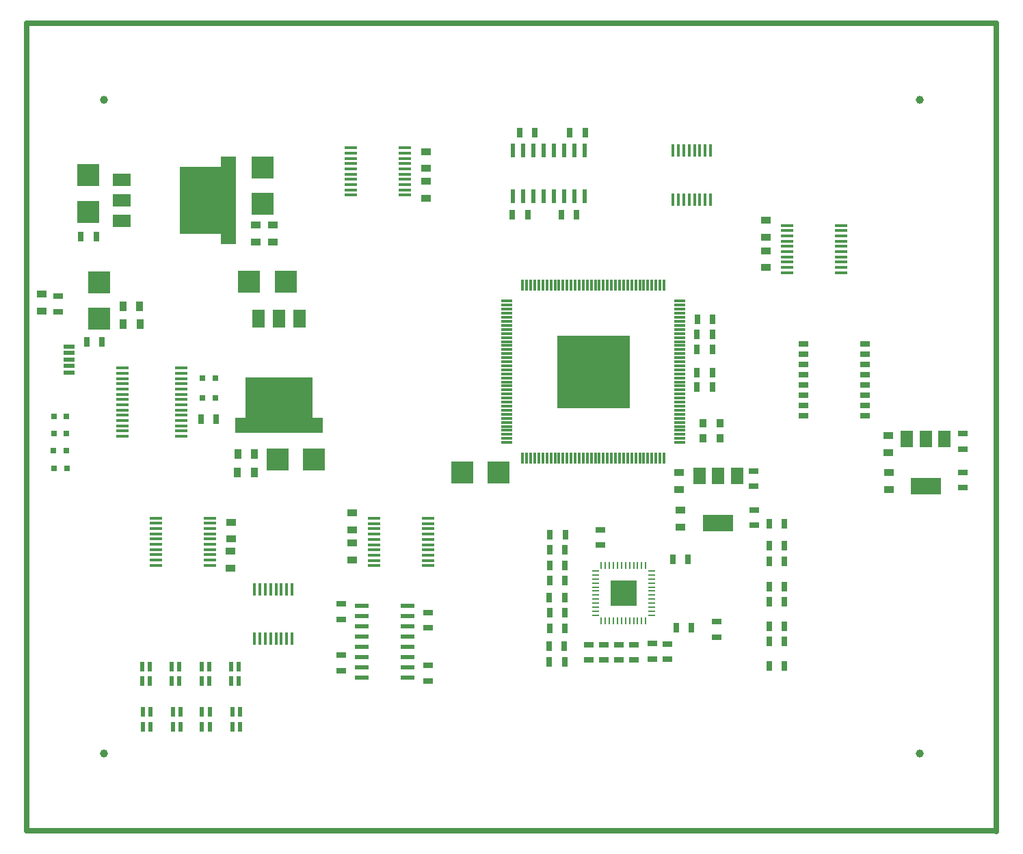
<source format=gtp>
G04*
G04 #@! TF.GenerationSoftware,Altium Limited,Altium Designer,18.1.7 (191)*
G04*
G04 Layer_Color=8421504*
%FSLAX24Y24*%
%MOIN*%
G70*
G01*
G75*
%ADD25C,0.0250*%
%ADD26R,0.3280X0.2000*%
%ADD27R,0.0600X0.0850*%
%ADD28R,0.4250X0.0750*%
%ADD29R,0.0472X0.0354*%
%ADD30R,0.0650X0.0240*%
%ADD31C,0.0394*%
%ADD32R,0.1102X0.1102*%
%ADD33R,0.2000X0.3280*%
%ADD34R,0.0850X0.0600*%
%ADD35R,0.0750X0.4250*%
%ADD36R,0.0551X0.0197*%
%ADD37R,0.0512X0.0276*%
%ADD38R,0.0354X0.0472*%
%ADD39R,0.0276X0.0512*%
%ADD40R,0.0591X0.0157*%
%ADD41R,0.0276X0.0315*%
%ADD42R,0.0319X0.0110*%
%ADD43R,0.0110X0.0319*%
%ADD44R,0.0591X0.0846*%
%ADD45R,0.1496X0.0846*%
%ADD46R,0.0160X0.0625*%
%ADD47R,0.0240X0.0650*%
%ADD48R,0.0642X0.0169*%
%ADD49R,0.1102X0.1102*%
%ADD50R,0.0236X0.0472*%
%ADD51R,0.3575X0.3575*%
%ADD52R,0.0551X0.0118*%
%ADD53R,0.0118X0.0551*%
%ADD54R,0.0354X0.0394*%
%ADD55R,0.0500X0.0299*%
G36*
X28451Y12201D02*
X29712D01*
Y10940D01*
X28451D01*
Y12201D01*
D02*
G37*
D25*
X0Y0D02*
X27Y-27D01*
X47257D01*
X47261Y-32D01*
Y49D01*
Y39359D01*
X47263Y39361D01*
X20D02*
X47263D01*
X0Y39340D02*
X20Y39361D01*
X0Y0D02*
Y39340D01*
D26*
X12295Y21097D02*
D03*
D27*
X11295Y24947D02*
D03*
X12295D02*
D03*
X13295D02*
D03*
D28*
X12295Y19747D02*
D03*
D29*
X15869Y13196D02*
D03*
Y14023D02*
D03*
X9931Y13622D02*
D03*
Y12795D02*
D03*
X19446Y33100D02*
D03*
Y32274D02*
D03*
X19446Y31647D02*
D03*
Y30820D02*
D03*
X11150Y29520D02*
D03*
Y28693D02*
D03*
X11990Y29513D02*
D03*
Y28687D02*
D03*
X733Y26143D02*
D03*
Y25316D02*
D03*
X31801Y17436D02*
D03*
Y16609D02*
D03*
X31841Y15616D02*
D03*
Y14789D02*
D03*
X42018Y17442D02*
D03*
Y16615D02*
D03*
X41978Y19262D02*
D03*
Y18435D02*
D03*
X36023Y28909D02*
D03*
Y29736D02*
D03*
Y27439D02*
D03*
Y28266D02*
D03*
X9943Y14206D02*
D03*
Y15033D02*
D03*
X15869Y15480D02*
D03*
Y14653D02*
D03*
D30*
X18552Y7467D02*
D03*
Y7967D02*
D03*
Y8467D02*
D03*
Y8967D02*
D03*
Y9467D02*
D03*
Y9967D02*
D03*
Y10467D02*
D03*
Y10967D02*
D03*
X16322D02*
D03*
Y10467D02*
D03*
Y9967D02*
D03*
Y9467D02*
D03*
Y8967D02*
D03*
Y8467D02*
D03*
Y7967D02*
D03*
Y7467D02*
D03*
D31*
X3740Y35630D02*
D03*
X43504Y3740D02*
D03*
X3740D02*
D03*
X43504Y35630D02*
D03*
D32*
X12607Y26758D02*
D03*
X10835D02*
D03*
X13975Y18077D02*
D03*
X12204D02*
D03*
X22984Y17447D02*
D03*
X21213D02*
D03*
D33*
X8470Y30720D02*
D03*
D34*
X4620Y29720D02*
D03*
Y30720D02*
D03*
Y31720D02*
D03*
D35*
X9820Y30720D02*
D03*
D36*
X2070Y22328D02*
D03*
Y22643D02*
D03*
Y22958D02*
D03*
Y23273D02*
D03*
Y23587D02*
D03*
D37*
X1531Y25297D02*
D03*
Y26045D02*
D03*
X27937Y13917D02*
D03*
Y14665D02*
D03*
X27381Y9064D02*
D03*
Y8316D02*
D03*
X28111Y9064D02*
D03*
Y8316D02*
D03*
X28851D02*
D03*
Y9064D02*
D03*
X29581Y9058D02*
D03*
Y8310D02*
D03*
X30471Y9104D02*
D03*
Y8356D02*
D03*
X31211Y8346D02*
D03*
Y9094D02*
D03*
X35451Y15627D02*
D03*
Y14879D02*
D03*
X35431Y17517D02*
D03*
Y16769D02*
D03*
X19540Y8038D02*
D03*
Y7290D02*
D03*
X19540Y9873D02*
D03*
Y10621D02*
D03*
X15326Y10297D02*
D03*
Y11045D02*
D03*
X15326Y8544D02*
D03*
Y7796D02*
D03*
X45608Y19342D02*
D03*
Y18594D02*
D03*
X45628Y17452D02*
D03*
Y16704D02*
D03*
X33617Y10178D02*
D03*
Y9430D02*
D03*
D38*
X4677Y25560D02*
D03*
X5503D02*
D03*
X4697Y24690D02*
D03*
X5523D02*
D03*
X11091Y17452D02*
D03*
X10264D02*
D03*
X11099Y18337D02*
D03*
X10272D02*
D03*
D39*
X3654Y23810D02*
D03*
X2906D02*
D03*
X9221Y20044D02*
D03*
X8473D02*
D03*
X25503Y14408D02*
D03*
X26251D02*
D03*
X26224Y13673D02*
D03*
X25476D02*
D03*
X26224Y12923D02*
D03*
X25476D02*
D03*
X26234Y12175D02*
D03*
X25486D02*
D03*
X26215Y11360D02*
D03*
X25467D02*
D03*
X26225Y10620D02*
D03*
X25477D02*
D03*
X25473Y9839D02*
D03*
X26221D02*
D03*
X26196Y8983D02*
D03*
X25448D02*
D03*
X25458Y8223D02*
D03*
X26206D02*
D03*
X36928Y8028D02*
D03*
X36180D02*
D03*
X36928Y9204D02*
D03*
X36180D02*
D03*
X36928Y9947D02*
D03*
X36180D02*
D03*
X36928Y11140D02*
D03*
X36180D02*
D03*
X36928Y11883D02*
D03*
X36180D02*
D03*
X36928Y13135D02*
D03*
X36180D02*
D03*
X36928Y13878D02*
D03*
X36180D02*
D03*
X36928Y14938D02*
D03*
X36180D02*
D03*
X32659Y21614D02*
D03*
X33407D02*
D03*
X32668Y22328D02*
D03*
X33416D02*
D03*
X32668Y23458D02*
D03*
X33417D02*
D03*
X32668Y24178D02*
D03*
X33416D02*
D03*
X32674Y24918D02*
D03*
X33422D02*
D03*
X26787Y30013D02*
D03*
X26039D02*
D03*
X23659Y30013D02*
D03*
X24407D02*
D03*
X24013Y34025D02*
D03*
X24761D02*
D03*
X26457Y34025D02*
D03*
X27206D02*
D03*
X3380Y28960D02*
D03*
X2632D02*
D03*
X31472Y13205D02*
D03*
X32220D02*
D03*
X31637Y9890D02*
D03*
X32385D02*
D03*
D40*
X7524Y22543D02*
D03*
Y22287D02*
D03*
Y22031D02*
D03*
Y21775D02*
D03*
Y21520D02*
D03*
Y21264D02*
D03*
Y21008D02*
D03*
Y20752D02*
D03*
Y20496D02*
D03*
Y20240D02*
D03*
Y19984D02*
D03*
Y19728D02*
D03*
Y19472D02*
D03*
Y19216D02*
D03*
X4670D02*
D03*
Y19472D02*
D03*
Y19728D02*
D03*
Y19984D02*
D03*
Y20240D02*
D03*
Y20496D02*
D03*
Y20752D02*
D03*
Y21008D02*
D03*
Y21264D02*
D03*
Y21520D02*
D03*
Y21775D02*
D03*
Y22031D02*
D03*
Y22287D02*
D03*
Y22543D02*
D03*
D41*
X8545Y21080D02*
D03*
X9175D02*
D03*
X8546Y22047D02*
D03*
X9175D02*
D03*
X1305Y19350D02*
D03*
X1935D02*
D03*
X1326Y17660D02*
D03*
X1956D02*
D03*
X1301Y18515D02*
D03*
X1931D02*
D03*
X1305Y20169D02*
D03*
X1935D02*
D03*
D42*
X30439Y10487D02*
D03*
Y10684D02*
D03*
Y10881D02*
D03*
Y11078D02*
D03*
Y11275D02*
D03*
Y11472D02*
D03*
Y11669D02*
D03*
Y11865D02*
D03*
Y12062D02*
D03*
Y12259D02*
D03*
Y12456D02*
D03*
Y12653D02*
D03*
X27722D02*
D03*
Y12456D02*
D03*
Y12259D02*
D03*
Y12062D02*
D03*
Y11865D02*
D03*
Y11669D02*
D03*
Y11472D02*
D03*
Y11275D02*
D03*
Y11078D02*
D03*
Y10881D02*
D03*
Y10684D02*
D03*
Y10487D02*
D03*
D43*
X30163Y12928D02*
D03*
X29967D02*
D03*
X29770D02*
D03*
X29573D02*
D03*
X29376D02*
D03*
X29179D02*
D03*
X28982D02*
D03*
X28785D02*
D03*
X28589D02*
D03*
X28392D02*
D03*
X28195D02*
D03*
X27998D02*
D03*
Y10212D02*
D03*
X28195D02*
D03*
X28392D02*
D03*
X28589D02*
D03*
X28785D02*
D03*
X28982D02*
D03*
X29179D02*
D03*
X29376D02*
D03*
X29573D02*
D03*
X29770D02*
D03*
X29967D02*
D03*
X30163D02*
D03*
D44*
X44714Y19100D02*
D03*
X43808D02*
D03*
X42903D02*
D03*
X32796Y17274D02*
D03*
X33701D02*
D03*
X34607D02*
D03*
D45*
X43808Y16797D02*
D03*
X33701Y14971D02*
D03*
D46*
X31500Y33148D02*
D03*
X31760D02*
D03*
X32020D02*
D03*
X32280D02*
D03*
X32540D02*
D03*
X32800D02*
D03*
X33060D02*
D03*
X33320D02*
D03*
Y30753D02*
D03*
X33060D02*
D03*
X32800D02*
D03*
X32540D02*
D03*
X32280D02*
D03*
X32020D02*
D03*
X31760D02*
D03*
X31500D02*
D03*
X11358Y9352D02*
D03*
X11618D02*
D03*
X11098D02*
D03*
X11878D02*
D03*
X12138D02*
D03*
X12398D02*
D03*
X12658D02*
D03*
X12918D02*
D03*
Y11747D02*
D03*
X12658D02*
D03*
X12398D02*
D03*
X12138D02*
D03*
X11878D02*
D03*
X11618D02*
D03*
X11358D02*
D03*
X11098D02*
D03*
D47*
X23684Y30930D02*
D03*
X24184D02*
D03*
X24684D02*
D03*
X25184D02*
D03*
X25684D02*
D03*
X27184D02*
D03*
Y33160D02*
D03*
X26684D02*
D03*
X26184D02*
D03*
X25684D02*
D03*
X25184D02*
D03*
X24684D02*
D03*
X24184D02*
D03*
X23684D02*
D03*
X26684Y30930D02*
D03*
X26184D02*
D03*
D48*
X6295Y12931D02*
D03*
Y13186D02*
D03*
Y13442D02*
D03*
Y13698D02*
D03*
Y13954D02*
D03*
Y14210D02*
D03*
Y14466D02*
D03*
Y14722D02*
D03*
Y14978D02*
D03*
Y15234D02*
D03*
X8929Y15234D02*
D03*
Y14978D02*
D03*
Y14722D02*
D03*
Y14466D02*
D03*
Y14210D02*
D03*
Y13954D02*
D03*
Y13698D02*
D03*
Y13442D02*
D03*
Y13186D02*
D03*
Y12931D02*
D03*
X16905Y15214D02*
D03*
Y14958D02*
D03*
Y14702D02*
D03*
Y14446D02*
D03*
Y14191D02*
D03*
Y13935D02*
D03*
Y13679D02*
D03*
Y13423D02*
D03*
Y13167D02*
D03*
Y12911D02*
D03*
X19539Y12911D02*
D03*
Y13167D02*
D03*
Y13423D02*
D03*
Y13679D02*
D03*
Y13935D02*
D03*
Y14191D02*
D03*
Y14446D02*
D03*
Y14702D02*
D03*
Y14958D02*
D03*
Y15214D02*
D03*
X37053Y29500D02*
D03*
Y29244D02*
D03*
Y28988D02*
D03*
Y28733D02*
D03*
Y28477D02*
D03*
Y28221D02*
D03*
Y27965D02*
D03*
Y27709D02*
D03*
Y27453D02*
D03*
Y27197D02*
D03*
X39687Y27197D02*
D03*
Y27453D02*
D03*
Y27709D02*
D03*
Y27965D02*
D03*
Y28221D02*
D03*
Y28477D02*
D03*
Y28733D02*
D03*
Y28989D02*
D03*
Y29244D02*
D03*
Y29500D02*
D03*
X18406Y30972D02*
D03*
Y31228D02*
D03*
Y31484D02*
D03*
Y31740D02*
D03*
Y31996D02*
D03*
Y32251D02*
D03*
Y32507D02*
D03*
Y32763D02*
D03*
Y33019D02*
D03*
Y33275D02*
D03*
X15772Y33275D02*
D03*
Y33019D02*
D03*
Y32763D02*
D03*
Y32507D02*
D03*
Y32251D02*
D03*
Y31996D02*
D03*
Y31740D02*
D03*
Y31484D02*
D03*
Y31228D02*
D03*
Y30972D02*
D03*
D49*
X3520Y24938D02*
D03*
Y26710D02*
D03*
X11500Y30560D02*
D03*
Y32332D02*
D03*
X2990Y30168D02*
D03*
Y31940D02*
D03*
D50*
X10318Y7984D02*
D03*
Y7275D02*
D03*
X9944Y7984D02*
D03*
Y7275D02*
D03*
X7428Y7984D02*
D03*
Y7275D02*
D03*
X7054Y7984D02*
D03*
Y7275D02*
D03*
X10384Y5774D02*
D03*
Y5066D02*
D03*
X10010Y5774D02*
D03*
Y5066D02*
D03*
X5988Y7984D02*
D03*
Y7275D02*
D03*
X5614Y7984D02*
D03*
Y7275D02*
D03*
X8904Y5774D02*
D03*
Y5066D02*
D03*
X8530Y5774D02*
D03*
Y5066D02*
D03*
X7484Y5774D02*
D03*
Y5066D02*
D03*
X7110Y5774D02*
D03*
Y5066D02*
D03*
X6014Y5774D02*
D03*
Y5066D02*
D03*
X5640Y5774D02*
D03*
Y5066D02*
D03*
X8888Y7984D02*
D03*
Y7275D02*
D03*
X8514Y7984D02*
D03*
Y7275D02*
D03*
D51*
X27608Y22358D02*
D03*
D52*
X31821Y25803D02*
D03*
Y25606D02*
D03*
Y25409D02*
D03*
Y25212D02*
D03*
Y25015D02*
D03*
Y24818D02*
D03*
Y24622D02*
D03*
Y24425D02*
D03*
Y24228D02*
D03*
Y24031D02*
D03*
Y23834D02*
D03*
Y23637D02*
D03*
Y23441D02*
D03*
Y23244D02*
D03*
Y23047D02*
D03*
Y22850D02*
D03*
Y22653D02*
D03*
Y22456D02*
D03*
Y22259D02*
D03*
Y22063D02*
D03*
Y21866D02*
D03*
Y21669D02*
D03*
Y21472D02*
D03*
Y21275D02*
D03*
Y21078D02*
D03*
Y20881D02*
D03*
Y20685D02*
D03*
Y20488D02*
D03*
Y20291D02*
D03*
Y20094D02*
D03*
Y19897D02*
D03*
Y19700D02*
D03*
Y19504D02*
D03*
Y19307D02*
D03*
Y19110D02*
D03*
Y18913D02*
D03*
X23395D02*
D03*
Y19110D02*
D03*
Y19307D02*
D03*
Y19504D02*
D03*
Y19700D02*
D03*
Y19897D02*
D03*
Y20094D02*
D03*
Y20291D02*
D03*
Y20488D02*
D03*
Y20685D02*
D03*
Y20881D02*
D03*
Y21078D02*
D03*
Y21275D02*
D03*
Y21472D02*
D03*
Y21669D02*
D03*
Y21866D02*
D03*
Y22063D02*
D03*
Y22259D02*
D03*
Y22456D02*
D03*
Y22653D02*
D03*
Y22850D02*
D03*
Y23047D02*
D03*
Y23244D02*
D03*
Y23441D02*
D03*
Y23637D02*
D03*
Y23834D02*
D03*
Y24031D02*
D03*
Y24228D02*
D03*
Y24425D02*
D03*
Y24622D02*
D03*
Y24818D02*
D03*
Y25015D02*
D03*
Y25212D02*
D03*
Y25409D02*
D03*
Y25606D02*
D03*
Y25803D02*
D03*
D53*
X31053Y18145D02*
D03*
X30856D02*
D03*
X30659D02*
D03*
X30462D02*
D03*
X30265D02*
D03*
X30069D02*
D03*
X29872D02*
D03*
X29675D02*
D03*
X29478D02*
D03*
X29281D02*
D03*
X29084D02*
D03*
X28887D02*
D03*
X28691D02*
D03*
X28494D02*
D03*
X28297D02*
D03*
X28100D02*
D03*
X27903D02*
D03*
X27706D02*
D03*
X27510D02*
D03*
X27313D02*
D03*
X27116D02*
D03*
X26919D02*
D03*
X26722D02*
D03*
X26525D02*
D03*
X26328D02*
D03*
X26132D02*
D03*
X25935D02*
D03*
X25738D02*
D03*
X25541D02*
D03*
X25344D02*
D03*
X25147D02*
D03*
X24950D02*
D03*
X24754D02*
D03*
X24557D02*
D03*
X24360D02*
D03*
X24163D02*
D03*
Y26570D02*
D03*
X24360D02*
D03*
X24557D02*
D03*
X24754D02*
D03*
X24950D02*
D03*
X25147D02*
D03*
X25344D02*
D03*
X25541D02*
D03*
X25738D02*
D03*
X25935D02*
D03*
X26132D02*
D03*
X26328D02*
D03*
X26525D02*
D03*
X26722D02*
D03*
X26919D02*
D03*
X27116D02*
D03*
X27313D02*
D03*
X27510D02*
D03*
X27706D02*
D03*
X27903D02*
D03*
X28100D02*
D03*
X28297D02*
D03*
X28494D02*
D03*
X28691D02*
D03*
X28887D02*
D03*
X29084D02*
D03*
X29281D02*
D03*
X29478D02*
D03*
X29675D02*
D03*
X29872D02*
D03*
X30069D02*
D03*
X30265D02*
D03*
X30462D02*
D03*
X30659D02*
D03*
X30856D02*
D03*
X31053D02*
D03*
D54*
X32960Y19120D02*
D03*
Y19868D02*
D03*
X33786Y19120D02*
D03*
Y19868D02*
D03*
D55*
X37855Y22734D02*
D03*
Y22234D02*
D03*
Y21734D02*
D03*
Y21234D02*
D03*
Y20734D02*
D03*
Y20234D02*
D03*
X40855Y22734D02*
D03*
Y22234D02*
D03*
Y21734D02*
D03*
Y21234D02*
D03*
Y20734D02*
D03*
Y20234D02*
D03*
Y23234D02*
D03*
X37855D02*
D03*
Y23734D02*
D03*
X40855D02*
D03*
M02*

</source>
